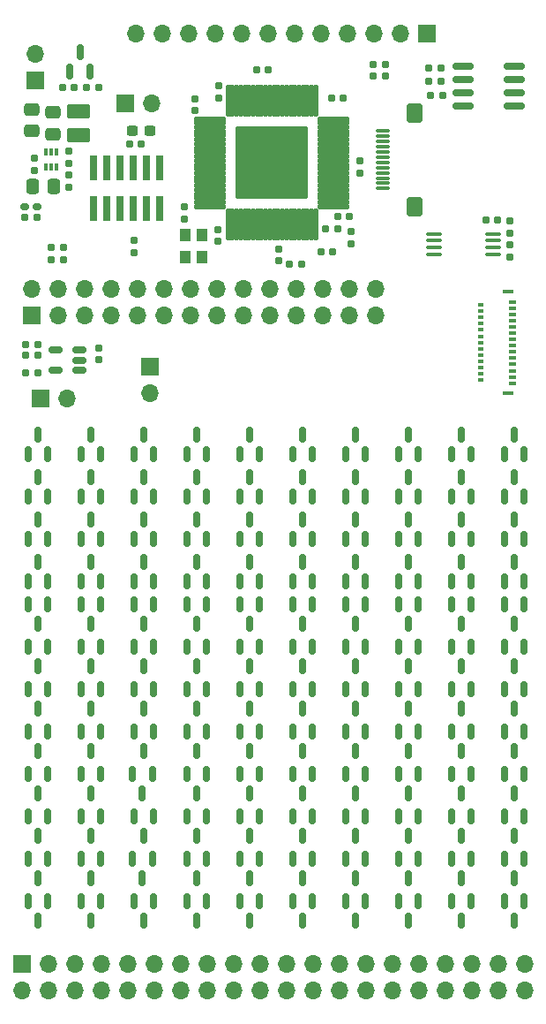
<source format=gbr>
%TF.GenerationSoftware,KiCad,Pcbnew,7.0.9-7.0.9~ubuntu22.04.1*%
%TF.CreationDate,2023-12-26T10:15:41-08:00*%
%TF.ProjectId,devel_gw1,64657665-6c5f-4677-9731-2e6b69636164,rev?*%
%TF.SameCoordinates,Original*%
%TF.FileFunction,Soldermask,Top*%
%TF.FilePolarity,Negative*%
%FSLAX46Y46*%
G04 Gerber Fmt 4.6, Leading zero omitted, Abs format (unit mm)*
G04 Created by KiCad (PCBNEW 7.0.9-7.0.9~ubuntu22.04.1) date 2023-12-26 10:15:41*
%MOMM*%
%LPD*%
G01*
G04 APERTURE LIST*
G04 Aperture macros list*
%AMRoundRect*
0 Rectangle with rounded corners*
0 $1 Rounding radius*
0 $2 $3 $4 $5 $6 $7 $8 $9 X,Y pos of 4 corners*
0 Add a 4 corners polygon primitive as box body*
4,1,4,$2,$3,$4,$5,$6,$7,$8,$9,$2,$3,0*
0 Add four circle primitives for the rounded corners*
1,1,$1+$1,$2,$3*
1,1,$1+$1,$4,$5*
1,1,$1+$1,$6,$7*
1,1,$1+$1,$8,$9*
0 Add four rect primitives between the rounded corners*
20,1,$1+$1,$2,$3,$4,$5,0*
20,1,$1+$1,$4,$5,$6,$7,0*
20,1,$1+$1,$6,$7,$8,$9,0*
20,1,$1+$1,$8,$9,$2,$3,0*%
G04 Aperture macros list end*
%ADD10RoundRect,0.160000X-0.160000X0.197500X-0.160000X-0.197500X0.160000X-0.197500X0.160000X0.197500X0*%
%ADD11RoundRect,0.150000X-0.150000X0.587500X-0.150000X-0.587500X0.150000X-0.587500X0.150000X0.587500X0*%
%ADD12R,1.700000X1.700000*%
%ADD13O,1.700000X1.700000*%
%ADD14RoundRect,0.150000X0.150000X-0.587500X0.150000X0.587500X-0.150000X0.587500X-0.150000X-0.587500X0*%
%ADD15RoundRect,0.250000X0.337500X0.475000X-0.337500X0.475000X-0.337500X-0.475000X0.337500X-0.475000X0*%
%ADD16RoundRect,0.155000X0.212500X0.155000X-0.212500X0.155000X-0.212500X-0.155000X0.212500X-0.155000X0*%
%ADD17RoundRect,0.155000X0.155000X-0.212500X0.155000X0.212500X-0.155000X0.212500X-0.155000X-0.212500X0*%
%ADD18RoundRect,0.160000X0.222500X0.160000X-0.222500X0.160000X-0.222500X-0.160000X0.222500X-0.160000X0*%
%ADD19RoundRect,0.237500X0.300000X0.237500X-0.300000X0.237500X-0.300000X-0.237500X0.300000X-0.237500X0*%
%ADD20R,0.340000X0.700000*%
%ADD21RoundRect,0.160000X-0.197500X-0.160000X0.197500X-0.160000X0.197500X0.160000X-0.197500X0.160000X0*%
%ADD22R,0.740000X2.400000*%
%ADD23RoundRect,0.250000X-0.475000X0.337500X-0.475000X-0.337500X0.475000X-0.337500X0.475000X0.337500X0*%
%ADD24RoundRect,0.155000X-0.212500X-0.155000X0.212500X-0.155000X0.212500X0.155000X-0.212500X0.155000X0*%
%ADD25R,1.100000X1.300000*%
%ADD26RoundRect,0.150000X0.512500X0.150000X-0.512500X0.150000X-0.512500X-0.150000X0.512500X-0.150000X0*%
%ADD27RoundRect,0.250001X0.849999X-0.462499X0.849999X0.462499X-0.849999X0.462499X-0.849999X-0.462499X0*%
%ADD28RoundRect,0.155000X-0.155000X0.212500X-0.155000X-0.212500X0.155000X-0.212500X0.155000X0.212500X0*%
%ADD29RoundRect,0.150000X-0.825000X-0.150000X0.825000X-0.150000X0.825000X0.150000X-0.825000X0.150000X0*%
%ADD30RoundRect,0.108600X-0.103400X1.423400X-0.103400X-1.423400X0.103400X-1.423400X0.103400X1.423400X0*%
%ADD31RoundRect,0.108600X-1.423400X-0.103400X1.423400X-0.103400X1.423400X0.103400X-1.423400X0.103400X0*%
%ADD32RoundRect,0.102000X-3.370000X3.370000X-3.370000X-3.370000X3.370000X-3.370000X3.370000X3.370000X0*%
%ADD33RoundRect,0.160000X0.197500X0.160000X-0.197500X0.160000X-0.197500X-0.160000X0.197500X-0.160000X0*%
%ADD34R,0.711200X0.355600*%
%ADD35R,0.558800X0.355600*%
%ADD36R,1.092200X0.406400*%
%ADD37RoundRect,0.100000X-0.637500X-0.100000X0.637500X-0.100000X0.637500X0.100000X-0.637500X0.100000X0*%
%ADD38RoundRect,0.075000X0.575000X-0.075000X0.575000X0.075000X-0.575000X0.075000X-0.575000X-0.075000X0*%
%ADD39RoundRect,0.400000X0.400000X-0.550000X0.400000X0.550000X-0.400000X0.550000X-0.400000X-0.550000X0*%
G04 APERTURE END LIST*
D10*
%TO.C,R6*%
X136000000Y-95202500D03*
X136000000Y-96397500D03*
%TD*%
D11*
%TO.C,D14*%
X173416000Y-154510500D03*
X171516000Y-154510500D03*
X172466000Y-156385500D03*
%TD*%
D12*
%TO.C,JP1*%
X126500000Y-79900000D03*
D13*
X126500000Y-77360000D03*
%TD*%
D14*
%TO.C,D29*%
X151196000Y-115745500D03*
X153096000Y-115745500D03*
X152146000Y-113870500D03*
%TD*%
D11*
%TO.C,D74*%
X148016000Y-158574500D03*
X146116000Y-158574500D03*
X147066000Y-160449500D03*
%TD*%
D14*
%TO.C,D2*%
X161356000Y-119809500D03*
X163256000Y-119809500D03*
X162306000Y-117934500D03*
%TD*%
D15*
%TO.C,C5*%
X128317500Y-90050000D03*
X126242500Y-90050000D03*
%TD*%
D11*
%TO.C,Q16*%
X142936000Y-130126500D03*
X141036000Y-130126500D03*
X141986000Y-132001500D03*
%TD*%
D14*
%TO.C,D67*%
X171516000Y-127937500D03*
X173416000Y-127937500D03*
X172466000Y-126062500D03*
%TD*%
D16*
%TO.C,C1*%
X132567500Y-80600000D03*
X131432500Y-80600000D03*
%TD*%
D17*
%TO.C,C10*%
X132600000Y-106667500D03*
X132600000Y-105532500D03*
%TD*%
D14*
%TO.C,D4*%
X171516000Y-115745500D03*
X173416000Y-115745500D03*
X172466000Y-113870500D03*
%TD*%
D11*
%TO.C,D64*%
X132776000Y-146382500D03*
X130876000Y-146382500D03*
X131826000Y-148257500D03*
%TD*%
D18*
%TO.C,LED_DONE1*%
X126672500Y-91970000D03*
X125527500Y-91970000D03*
%TD*%
D11*
%TO.C,D76*%
X173416000Y-150446500D03*
X171516000Y-150446500D03*
X172466000Y-152321500D03*
%TD*%
D10*
%TO.C,R11*%
X172020000Y-95632500D03*
X172020000Y-96827500D03*
%TD*%
D11*
%TO.C,D20*%
X153096000Y-158574500D03*
X151196000Y-158574500D03*
X152146000Y-160449500D03*
%TD*%
D16*
%TO.C,C19*%
X148867500Y-78900000D03*
X147732500Y-78900000D03*
%TD*%
D11*
%TO.C,D28*%
X168336000Y-158574500D03*
X166436000Y-158574500D03*
X167386000Y-160449500D03*
%TD*%
D19*
%TO.C,C12*%
X137514500Y-84709000D03*
X135789500Y-84709000D03*
%TD*%
D14*
%TO.C,D79*%
X125796000Y-115745500D03*
X127696000Y-115745500D03*
X126746000Y-113870500D03*
%TD*%
D11*
%TO.C,D32*%
X137729000Y-154510500D03*
X135829000Y-154510500D03*
X136779000Y-156385500D03*
%TD*%
%TO.C,Q33*%
X173416000Y-130126500D03*
X171516000Y-130126500D03*
X172466000Y-132001500D03*
%TD*%
D20*
%TO.C,U6*%
X128551000Y-86733000D03*
X128051000Y-86733000D03*
X127551000Y-86733000D03*
X127551000Y-88233000D03*
X128051000Y-88233000D03*
X128551000Y-88233000D03*
%TD*%
D21*
%TO.C,R13*%
X164302500Y-78700000D03*
X165497500Y-78700000D03*
%TD*%
D22*
%TO.C,J_JTAG1*%
X138440000Y-88300000D03*
X138440000Y-92200000D03*
X137170000Y-88300000D03*
X137170000Y-92200000D03*
X135900000Y-88300000D03*
X135900000Y-92200000D03*
X134630000Y-88300000D03*
X134630000Y-92200000D03*
X133360000Y-88300000D03*
X133360000Y-92200000D03*
X132090000Y-88300000D03*
X132090000Y-92200000D03*
%TD*%
D21*
%TO.C,R16*%
X128002500Y-95900000D03*
X129197500Y-95900000D03*
%TD*%
D14*
%TO.C,D6*%
X161356000Y-115745500D03*
X163256000Y-115745500D03*
X162306000Y-113870500D03*
%TD*%
D11*
%TO.C,Q9*%
X153096000Y-130126500D03*
X151196000Y-130126500D03*
X152146000Y-132001500D03*
%TD*%
%TO.C,Q12*%
X127696000Y-130126500D03*
X125796000Y-130126500D03*
X126746000Y-132001500D03*
%TD*%
D23*
%TO.C,C7*%
X126210000Y-82662500D03*
X126210000Y-84737500D03*
%TD*%
D11*
%TO.C,D52*%
X153096000Y-150446500D03*
X151196000Y-150446500D03*
X152146000Y-152321500D03*
%TD*%
D14*
%TO.C,D49*%
X135956000Y-127937500D03*
X137856000Y-127937500D03*
X136906000Y-126062500D03*
%TD*%
D11*
%TO.C,Q30*%
X153096000Y-134190500D03*
X151196000Y-134190500D03*
X152146000Y-136065500D03*
%TD*%
D24*
%TO.C,C2*%
X129132500Y-80600000D03*
X130267500Y-80600000D03*
%TD*%
D11*
%TO.C,Q23*%
X142936000Y-134190500D03*
X141036000Y-134190500D03*
X141986000Y-136065500D03*
%TD*%
D21*
%TO.C,R15*%
X125602500Y-105200000D03*
X126797500Y-105200000D03*
%TD*%
D11*
%TO.C,D26*%
X127696000Y-158574500D03*
X125796000Y-158574500D03*
X126746000Y-160449500D03*
%TD*%
D21*
%TO.C,R2*%
X158902500Y-78400000D03*
X160097500Y-78400000D03*
%TD*%
D11*
%TO.C,Q29*%
X158176000Y-138254500D03*
X156276000Y-138254500D03*
X157226000Y-140129500D03*
%TD*%
%TO.C,Q37*%
X173416000Y-138254500D03*
X171516000Y-138254500D03*
X172466000Y-140129500D03*
%TD*%
D14*
%TO.C,D31*%
X135956000Y-123873500D03*
X137856000Y-123873500D03*
X136906000Y-121998500D03*
%TD*%
D11*
%TO.C,Q3*%
X163256000Y-142318500D03*
X161356000Y-142318500D03*
X162306000Y-144193500D03*
%TD*%
%TO.C,Q22*%
X168336000Y-142318500D03*
X166436000Y-142318500D03*
X167386000Y-144193500D03*
%TD*%
D24*
%TO.C,C9*%
X153932500Y-96300000D03*
X155067500Y-96300000D03*
%TD*%
D11*
%TO.C,Q8*%
X132776000Y-138254500D03*
X130876000Y-138254500D03*
X131826000Y-140129500D03*
%TD*%
D25*
%TO.C,X1*%
X140875000Y-94750000D03*
X140875000Y-96850000D03*
X142525000Y-96850000D03*
X142525000Y-94750000D03*
%TD*%
D14*
%TO.C,D59*%
X156276000Y-119809500D03*
X158176000Y-119809500D03*
X157226000Y-117934500D03*
%TD*%
D26*
%TO.C,U3*%
X130702500Y-107650000D03*
X130702500Y-106700000D03*
X130702500Y-105750000D03*
X128427500Y-105750000D03*
X128427500Y-107650000D03*
%TD*%
D11*
%TO.C,Q25*%
X153096000Y-138254500D03*
X151196000Y-138254500D03*
X152146000Y-140129500D03*
%TD*%
D14*
%TO.C,D65*%
X146116000Y-119809500D03*
X148016000Y-119809500D03*
X147066000Y-117934500D03*
%TD*%
D11*
%TO.C,Q14*%
X153096000Y-142318500D03*
X151196000Y-142318500D03*
X152146000Y-144193500D03*
%TD*%
D14*
%TO.C,D73*%
X146116000Y-127937500D03*
X148016000Y-127937500D03*
X147066000Y-126062500D03*
%TD*%
D16*
%TO.C,C14*%
X170887500Y-93230000D03*
X169752500Y-93230000D03*
%TD*%
D11*
%TO.C,Q19*%
X142936000Y-142318500D03*
X141036000Y-142318500D03*
X141986000Y-144193500D03*
%TD*%
%TO.C,D68*%
X173416000Y-158574500D03*
X171516000Y-158574500D03*
X172466000Y-160449500D03*
%TD*%
D27*
%TO.C,L1*%
X130630000Y-85142500D03*
X130630000Y-82817500D03*
%TD*%
D28*
%TO.C,C21*%
X157700000Y-87632500D03*
X157700000Y-88767500D03*
%TD*%
D21*
%TO.C,R8*%
X164302500Y-80000000D03*
X165497500Y-80000000D03*
%TD*%
D11*
%TO.C,Q6*%
X173416000Y-134190500D03*
X171516000Y-134190500D03*
X172466000Y-136065500D03*
%TD*%
%TO.C,Q18*%
X163256000Y-134190500D03*
X161356000Y-134190500D03*
X162306000Y-136065500D03*
%TD*%
%TO.C,Q41*%
X127696000Y-138254500D03*
X125796000Y-138254500D03*
X126746000Y-140129500D03*
%TD*%
D28*
%TO.C,C11*%
X141800000Y-81632500D03*
X141800000Y-82767500D03*
%TD*%
D11*
%TO.C,Q1*%
X163256000Y-138254500D03*
X161356000Y-138254500D03*
X162306000Y-140129500D03*
%TD*%
%TO.C,Q21*%
X163256000Y-130126500D03*
X161356000Y-130126500D03*
X162306000Y-132001500D03*
%TD*%
%TO.C,D34*%
X142936000Y-158574500D03*
X141036000Y-158574500D03*
X141986000Y-160449500D03*
%TD*%
D17*
%TO.C,C20*%
X144100000Y-81567500D03*
X144100000Y-80432500D03*
%TD*%
D14*
%TO.C,D63*%
X130876000Y-115745500D03*
X132776000Y-115745500D03*
X131826000Y-113870500D03*
%TD*%
D11*
%TO.C,D42*%
X142936000Y-150446500D03*
X141036000Y-150446500D03*
X141986000Y-152321500D03*
%TD*%
%TO.C,Q7*%
X148016000Y-142318500D03*
X146116000Y-142318500D03*
X147066000Y-144193500D03*
%TD*%
%TO.C,Q20*%
X142936000Y-138254500D03*
X141036000Y-138254500D03*
X141986000Y-140129500D03*
%TD*%
D14*
%TO.C,D55*%
X125796000Y-123873500D03*
X127696000Y-123873500D03*
X126746000Y-121998500D03*
%TD*%
D11*
%TO.C,D70*%
X158176000Y-154510500D03*
X156276000Y-154510500D03*
X157226000Y-156385500D03*
%TD*%
%TO.C,Q11*%
X137856000Y-142318500D03*
X135956000Y-142318500D03*
X136906000Y-144193500D03*
%TD*%
%TO.C,Q38*%
X148016000Y-134190500D03*
X146116000Y-134190500D03*
X147066000Y-136065500D03*
%TD*%
D21*
%TO.C,R14*%
X125602500Y-106200000D03*
X126797500Y-106200000D03*
%TD*%
D14*
%TO.C,D69*%
X156276000Y-123873500D03*
X158176000Y-123873500D03*
X157226000Y-121998500D03*
%TD*%
D11*
%TO.C,D30*%
X153096000Y-146382500D03*
X151196000Y-146382500D03*
X152146000Y-148257500D03*
%TD*%
D24*
%TO.C,C3*%
X125617500Y-107900000D03*
X126752500Y-107900000D03*
%TD*%
D14*
%TO.C,D47*%
X141036000Y-123873500D03*
X142936000Y-123873500D03*
X141986000Y-121998500D03*
%TD*%
D24*
%TO.C,C15*%
X155532500Y-92900000D03*
X156667500Y-92900000D03*
%TD*%
D11*
%TO.C,Q39*%
X127696000Y-142318500D03*
X125796000Y-142318500D03*
X126746000Y-144193500D03*
%TD*%
D21*
%TO.C,R7*%
X128002500Y-97100000D03*
X129197500Y-97100000D03*
%TD*%
D14*
%TO.C,D15*%
X146116000Y-115745500D03*
X148016000Y-115745500D03*
X147066000Y-113870500D03*
%TD*%
%TO.C,D51*%
X151196000Y-119809500D03*
X153096000Y-119809500D03*
X152146000Y-117934500D03*
%TD*%
D24*
%TO.C,C23*%
X154932500Y-81600000D03*
X156067500Y-81600000D03*
%TD*%
D17*
%TO.C,C17*%
X140800000Y-93167500D03*
X140800000Y-92032500D03*
%TD*%
D14*
%TO.C,D37*%
X161356000Y-123873500D03*
X163256000Y-123873500D03*
X162306000Y-121998500D03*
%TD*%
D11*
%TO.C,Q32*%
X148016000Y-138254500D03*
X146116000Y-138254500D03*
X147066000Y-140129500D03*
%TD*%
%TO.C,Q28*%
X137856000Y-138254500D03*
X135956000Y-138254500D03*
X136906000Y-140129500D03*
%TD*%
%TO.C,D60*%
X158176000Y-150446500D03*
X156276000Y-150446500D03*
X157226000Y-152321500D03*
%TD*%
%TO.C,D44*%
X163256000Y-158574500D03*
X161356000Y-158574500D03*
X162306000Y-160449500D03*
%TD*%
%TO.C,D38*%
X163256000Y-154510500D03*
X161356000Y-154510500D03*
X162306000Y-156385500D03*
%TD*%
%TO.C,D46*%
X168336000Y-146382500D03*
X166436000Y-146382500D03*
X167386000Y-148257500D03*
%TD*%
%TO.C,D54*%
X168336000Y-154510500D03*
X166436000Y-154510500D03*
X167386000Y-156385500D03*
%TD*%
%TO.C,D9*%
X132776000Y-158574500D03*
X130876000Y-158574500D03*
X131826000Y-160449500D03*
%TD*%
%TO.C,Q26*%
X168336000Y-134190500D03*
X166436000Y-134190500D03*
X167386000Y-136065500D03*
%TD*%
%TO.C,Q35*%
X132776000Y-134190500D03*
X130876000Y-134190500D03*
X131826000Y-136065500D03*
%TD*%
%TO.C,D62*%
X153096000Y-154510500D03*
X151196000Y-154510500D03*
X152146000Y-156385500D03*
%TD*%
%TO.C,Q17*%
X168336000Y-138254500D03*
X166436000Y-138254500D03*
X167386000Y-140129500D03*
%TD*%
D14*
%TO.C,U2*%
X129850000Y-79037500D03*
X131750000Y-79037500D03*
X130800000Y-77162500D03*
%TD*%
D11*
%TO.C,Q34*%
X158176000Y-134190500D03*
X156276000Y-134190500D03*
X157226000Y-136065500D03*
%TD*%
D29*
%TO.C,U4*%
X167565000Y-78505000D03*
X167565000Y-79775000D03*
X167565000Y-81045000D03*
X167565000Y-82315000D03*
X172515000Y-82315000D03*
X172515000Y-81045000D03*
X172515000Y-79775000D03*
X172515000Y-78505000D03*
%TD*%
D30*
%TO.C,U1*%
X153425000Y-81845500D03*
X153025000Y-81845500D03*
X152625000Y-81845500D03*
X152225000Y-81845500D03*
X151825000Y-81845500D03*
X151425000Y-81845500D03*
X151025000Y-81845500D03*
X150625000Y-81845500D03*
X150225000Y-81845500D03*
X149825000Y-81845500D03*
X149425000Y-81845500D03*
X149025000Y-81845500D03*
X148625000Y-81845500D03*
X148225000Y-81845500D03*
X147825000Y-81845500D03*
X147425000Y-81845500D03*
X147025000Y-81845500D03*
X146625000Y-81845500D03*
X146225000Y-81845500D03*
X145825000Y-81845500D03*
X145425000Y-81845500D03*
X145025000Y-81845500D03*
D31*
X143290000Y-83580500D03*
X143290000Y-83980500D03*
X143290000Y-84380500D03*
X143290000Y-84780500D03*
X143290000Y-85180500D03*
X143290000Y-85580500D03*
X143290000Y-85980500D03*
X143290000Y-86380500D03*
X143290000Y-86780500D03*
X143290000Y-87180500D03*
X143290000Y-87580500D03*
X143290000Y-87980500D03*
X143290000Y-88380500D03*
X143290000Y-88780500D03*
X143290000Y-89180500D03*
X143290000Y-89580500D03*
X143290000Y-89980500D03*
X143290000Y-90380500D03*
X143290000Y-90780500D03*
X143290000Y-91180500D03*
X143290000Y-91580500D03*
X143290000Y-91980500D03*
D30*
X145025000Y-93715500D03*
X145425000Y-93715500D03*
X145825000Y-93715500D03*
X146225000Y-93715500D03*
X146625000Y-93715500D03*
X147025000Y-93715500D03*
X147425000Y-93715500D03*
X147825000Y-93715500D03*
X148225000Y-93715500D03*
X148625000Y-93715500D03*
X149025000Y-93715500D03*
X149425000Y-93715500D03*
X149825000Y-93715500D03*
X150225000Y-93715500D03*
X150625000Y-93715500D03*
X151025000Y-93715500D03*
X151425000Y-93715500D03*
X151825000Y-93715500D03*
X152225000Y-93715500D03*
X152625000Y-93715500D03*
X153025000Y-93715500D03*
X153425000Y-93715500D03*
D31*
X155160000Y-91980500D03*
X155160000Y-91580500D03*
X155160000Y-91180500D03*
X155160000Y-90780500D03*
X155160000Y-90380500D03*
X155160000Y-89980500D03*
X155160000Y-89580500D03*
X155160000Y-89180500D03*
X155160000Y-88780500D03*
X155160000Y-88380500D03*
X155160000Y-87980500D03*
X155160000Y-87580500D03*
X155160000Y-87180500D03*
X155160000Y-86780500D03*
X155160000Y-86380500D03*
X155160000Y-85980500D03*
X155160000Y-85580500D03*
X155160000Y-85180500D03*
X155160000Y-84780500D03*
X155160000Y-84380500D03*
X155160000Y-83980500D03*
X155160000Y-83580500D03*
D32*
X149225000Y-87780500D03*
%TD*%
D11*
%TO.C,D22*%
X158176000Y-146382500D03*
X156276000Y-146382500D03*
X157226000Y-148257500D03*
%TD*%
D14*
%TO.C,D13*%
X171516000Y-123873500D03*
X173416000Y-123873500D03*
X172466000Y-121998500D03*
%TD*%
%TO.C,D75*%
X171516000Y-119809500D03*
X173416000Y-119809500D03*
X172466000Y-117934500D03*
%TD*%
%TO.C,D33*%
X141036000Y-127937500D03*
X142936000Y-127937500D03*
X141986000Y-126062500D03*
%TD*%
D28*
%TO.C,C18*%
X144072500Y-94192500D03*
X144072500Y-95327500D03*
%TD*%
D11*
%TO.C,D5*%
X173416000Y-146382500D03*
X171516000Y-146382500D03*
X172466000Y-148257500D03*
%TD*%
%TO.C,D7*%
X163256000Y-146382500D03*
X161356000Y-146382500D03*
X162306000Y-148257500D03*
%TD*%
%TO.C,D12*%
X158176000Y-158574500D03*
X156276000Y-158574500D03*
X157226000Y-160449500D03*
%TD*%
D14*
%TO.C,D43*%
X161356000Y-127937500D03*
X163256000Y-127937500D03*
X162306000Y-126062500D03*
%TD*%
D11*
%TO.C,Q4*%
X132776000Y-130126500D03*
X130876000Y-130126500D03*
X131826000Y-132001500D03*
%TD*%
%TO.C,D18*%
X132776000Y-150446500D03*
X130876000Y-150446500D03*
X131826000Y-152321500D03*
%TD*%
D10*
%TO.C,R10*%
X172020000Y-93332500D03*
X172020000Y-94527500D03*
%TD*%
D33*
%TO.C,R3*%
X160097500Y-79500000D03*
X158902500Y-79500000D03*
%TD*%
D12*
%TO.C,JP4*%
X137500000Y-107325000D03*
D13*
X137500000Y-109865000D03*
%TD*%
D14*
%TO.C,D39*%
X141036000Y-115745500D03*
X142936000Y-115745500D03*
X141986000Y-113870500D03*
%TD*%
D11*
%TO.C,D80*%
X127696000Y-146382500D03*
X125796000Y-146382500D03*
X126746000Y-148257500D03*
%TD*%
D14*
%TO.C,D11*%
X156276000Y-127937500D03*
X158176000Y-127937500D03*
X157226000Y-126062500D03*
%TD*%
D11*
%TO.C,D48*%
X142936000Y-154510500D03*
X141036000Y-154510500D03*
X141986000Y-156385500D03*
%TD*%
%TO.C,Q24*%
X137856000Y-130126500D03*
X135956000Y-130126500D03*
X136906000Y-132001500D03*
%TD*%
%TO.C,Q15*%
X137856000Y-134190500D03*
X135956000Y-134190500D03*
X136906000Y-136065500D03*
%TD*%
D24*
%TO.C,C16*%
X164465000Y-81332500D03*
X165600000Y-81332500D03*
%TD*%
D28*
%TO.C,C13*%
X149900000Y-96032500D03*
X149900000Y-97167500D03*
%TD*%
D14*
%TO.C,D35*%
X166436000Y-119809500D03*
X168336000Y-119809500D03*
X167386000Y-117934500D03*
%TD*%
D12*
%TO.C,JP3*%
X135160000Y-82100000D03*
D13*
X137700000Y-82100000D03*
%TD*%
D14*
%TO.C,D77*%
X146116000Y-123873500D03*
X148016000Y-123873500D03*
X147066000Y-121998500D03*
%TD*%
D11*
%TO.C,Q2*%
X173416000Y-142318500D03*
X171516000Y-142318500D03*
X172466000Y-144193500D03*
%TD*%
%TO.C,D36*%
X168336000Y-150446500D03*
X166436000Y-150446500D03*
X167386000Y-152321500D03*
%TD*%
%TO.C,D50*%
X137856000Y-158574500D03*
X135956000Y-158574500D03*
X136906000Y-160449500D03*
%TD*%
%TO.C,D40*%
X142936000Y-146382500D03*
X141036000Y-146382500D03*
X141986000Y-148257500D03*
%TD*%
D14*
%TO.C,D21*%
X156276000Y-115745500D03*
X158176000Y-115745500D03*
X157226000Y-113870500D03*
%TD*%
D12*
%TO.C,JP2*%
X127025000Y-110400000D03*
D13*
X129565000Y-110400000D03*
%TD*%
D33*
%TO.C,R1*%
X126697500Y-93000000D03*
X125502500Y-93000000D03*
%TD*%
D11*
%TO.C,Q27*%
X127696000Y-134190500D03*
X125796000Y-134190500D03*
X126746000Y-136065500D03*
%TD*%
%TO.C,D56*%
X127696000Y-154510500D03*
X125796000Y-154510500D03*
X126746000Y-156385500D03*
%TD*%
D14*
%TO.C,D23*%
X135956000Y-115745500D03*
X137856000Y-115745500D03*
X136906000Y-113870500D03*
%TD*%
D23*
%TO.C,C8*%
X128197000Y-82962500D03*
X128197000Y-85037500D03*
%TD*%
D11*
%TO.C,D10*%
X127696000Y-150446500D03*
X125796000Y-150446500D03*
X126746000Y-152321500D03*
%TD*%
D12*
%TO.C,J_EXT2*%
X126190000Y-102430000D03*
D13*
X126190000Y-99890000D03*
X128730000Y-102430000D03*
X128730000Y-99890000D03*
X131270000Y-102430000D03*
X131270000Y-99890000D03*
X133810000Y-102430000D03*
X133810000Y-99890000D03*
X136350000Y-102430000D03*
X136350000Y-99890000D03*
X138890000Y-102430000D03*
X138890000Y-99890000D03*
X141430000Y-102430000D03*
X141430000Y-99890000D03*
X143970000Y-102430000D03*
X143970000Y-99890000D03*
X146510000Y-102430000D03*
X146510000Y-99890000D03*
X149050000Y-102430000D03*
X149050000Y-99890000D03*
X151590000Y-102430000D03*
X151590000Y-99890000D03*
X154130000Y-102430000D03*
X154130000Y-99890000D03*
X156670000Y-102430000D03*
X156670000Y-99890000D03*
X159210000Y-102430000D03*
X159210000Y-99890000D03*
%TD*%
D34*
%TO.C,J_EXT1*%
X172290889Y-108910000D03*
D35*
X169275879Y-108610000D03*
D34*
X172290889Y-108310001D03*
D35*
X169275879Y-108009999D03*
D34*
X172290889Y-107710000D03*
D35*
X169275879Y-107410000D03*
D34*
X172290889Y-107110001D03*
D35*
X169275879Y-106809999D03*
D34*
X172290889Y-106510000D03*
D35*
X169275879Y-106210000D03*
D34*
X172290889Y-105910001D03*
D35*
X169275879Y-105609999D03*
D34*
X172290889Y-105309999D03*
D35*
X169275879Y-105010000D03*
D34*
X172290889Y-104710001D03*
D35*
X169275879Y-104409999D03*
D34*
X172290889Y-104109999D03*
D35*
X169275879Y-103810000D03*
D34*
X172290889Y-103510000D03*
D35*
X169275879Y-103209999D03*
D34*
X172290889Y-102909999D03*
D35*
X169275879Y-102610000D03*
D34*
X172290889Y-102310000D03*
D35*
X169275879Y-102009998D03*
D34*
X172290889Y-101709999D03*
D35*
X169275879Y-101410000D03*
D34*
X172290889Y-101110000D03*
D36*
X171924200Y-109885002D03*
X171924200Y-100134998D03*
%TD*%
D24*
%TO.C,C22*%
X154400000Y-94100000D03*
X155535000Y-94100000D03*
%TD*%
D11*
%TO.C,D3*%
X163256000Y-150446500D03*
X161356000Y-150446500D03*
X162306000Y-152321500D03*
%TD*%
%TO.C,D72*%
X132776000Y-154510500D03*
X130876000Y-154510500D03*
X131826000Y-156385500D03*
%TD*%
%TO.C,Q5*%
X158176000Y-130126500D03*
X156276000Y-130126500D03*
X157226000Y-132001500D03*
%TD*%
%TO.C,D16*%
X148016000Y-146382500D03*
X146116000Y-146382500D03*
X147066000Y-148257500D03*
%TD*%
D10*
%TO.C,R4*%
X129702000Y-86631500D03*
X129702000Y-87826500D03*
%TD*%
%TO.C,R5*%
X129702000Y-88917500D03*
X129702000Y-90112500D03*
%TD*%
D14*
%TO.C,D53*%
X166436000Y-123873500D03*
X168336000Y-123873500D03*
X167386000Y-121998500D03*
%TD*%
D11*
%TO.C,D66*%
X148016000Y-150446500D03*
X146116000Y-150446500D03*
X147066000Y-152321500D03*
%TD*%
D14*
%TO.C,D41*%
X141036000Y-119809500D03*
X142936000Y-119809500D03*
X141986000Y-117934500D03*
%TD*%
D11*
%TO.C,Q36*%
X148016000Y-130126500D03*
X146116000Y-130126500D03*
X147066000Y-132001500D03*
%TD*%
D14*
%TO.C,D27*%
X166436000Y-127937500D03*
X168336000Y-127937500D03*
X167386000Y-126062500D03*
%TD*%
%TO.C,D17*%
X130876000Y-119809500D03*
X132776000Y-119809500D03*
X131826000Y-117934500D03*
%TD*%
D37*
%TO.C,U5*%
X164737500Y-94605000D03*
X164737500Y-95255000D03*
X164737500Y-95905000D03*
X164737500Y-96555000D03*
X170462500Y-96555000D03*
X170462500Y-95905000D03*
X170462500Y-95255000D03*
X170462500Y-94605000D03*
%TD*%
D33*
%TO.C,R12*%
X152097500Y-97500000D03*
X150902500Y-97500000D03*
%TD*%
D11*
%TO.C,Q31*%
X132776000Y-142318500D03*
X130876000Y-142318500D03*
X131826000Y-144193500D03*
%TD*%
D14*
%TO.C,D19*%
X151196000Y-127937500D03*
X153096000Y-127937500D03*
X152146000Y-126062500D03*
%TD*%
D11*
%TO.C,D24*%
X137729000Y-146382500D03*
X135829000Y-146382500D03*
X136779000Y-148257500D03*
%TD*%
D38*
%TO.C,J_DISPLAY1*%
X159861000Y-90253000D03*
X159861000Y-89753000D03*
X159861000Y-89253000D03*
X159861000Y-88753000D03*
X159861000Y-88253000D03*
X159861000Y-87753000D03*
X159861000Y-87253000D03*
X159861000Y-86753000D03*
X159861000Y-86253000D03*
X159861000Y-85753000D03*
X159854714Y-85257280D03*
X159861000Y-84753000D03*
D39*
X162911000Y-92003000D03*
X162911000Y-83003000D03*
%TD*%
D14*
%TO.C,D57*%
X135956000Y-119809500D03*
X137856000Y-119809500D03*
X136906000Y-117934500D03*
%TD*%
D16*
%TO.C,C4*%
X136667500Y-86000000D03*
X135532500Y-86000000D03*
%TD*%
D10*
%TO.C,R9*%
X156800000Y-94402500D03*
X156800000Y-95597500D03*
%TD*%
D11*
%TO.C,Q10*%
X158176000Y-142318500D03*
X156276000Y-142318500D03*
X157226000Y-144193500D03*
%TD*%
%TO.C,D78*%
X148016000Y-154510500D03*
X146116000Y-154510500D03*
X147066000Y-156385500D03*
%TD*%
D12*
%TO.C,SOCKET1*%
X125222000Y-164592000D03*
D13*
X125222000Y-167132000D03*
X127762000Y-164592000D03*
X127762000Y-167132000D03*
X130302000Y-164592000D03*
X130302000Y-167132000D03*
X132842000Y-164592000D03*
X132842000Y-167132000D03*
X135382000Y-164592000D03*
X135382000Y-167132000D03*
X137922000Y-164592000D03*
X137922000Y-167132000D03*
X140462000Y-164592000D03*
X140462000Y-167132000D03*
X143002000Y-164592000D03*
X143002000Y-167132000D03*
X145542000Y-164592000D03*
X145542000Y-167132000D03*
X148082000Y-164592000D03*
X148082000Y-167132000D03*
X150622000Y-164592000D03*
X150622000Y-167132000D03*
X153162000Y-164592000D03*
X153162000Y-167132000D03*
X155702000Y-164592000D03*
X155702000Y-167132000D03*
X158242000Y-164592000D03*
X158242000Y-167132000D03*
X160782000Y-164592000D03*
X160782000Y-167132000D03*
X163322000Y-164592000D03*
X163322000Y-167132000D03*
X165862000Y-164592000D03*
X165862000Y-167132000D03*
X168402000Y-164592000D03*
X168402000Y-167132000D03*
X170942000Y-164592000D03*
X170942000Y-167132000D03*
X173482000Y-164592000D03*
X173482000Y-167132000D03*
%TD*%
D11*
%TO.C,D58*%
X137856000Y-150446500D03*
X135956000Y-150446500D03*
X136906000Y-152321500D03*
%TD*%
D14*
%TO.C,D45*%
X166436000Y-115745500D03*
X168336000Y-115745500D03*
X167386000Y-113870500D03*
%TD*%
D17*
%TO.C,C6*%
X126420000Y-88507500D03*
X126420000Y-87372500D03*
%TD*%
D14*
%TO.C,D8*%
X130876000Y-127937500D03*
X132776000Y-127937500D03*
X131826000Y-126062500D03*
%TD*%
%TO.C,D25*%
X125796000Y-127937500D03*
X127696000Y-127937500D03*
X126746000Y-126062500D03*
%TD*%
%TO.C,D71*%
X130876000Y-123873500D03*
X132776000Y-123873500D03*
X131826000Y-121998500D03*
%TD*%
%TO.C,D1*%
X125796000Y-119809500D03*
X127696000Y-119809500D03*
X126746000Y-117934500D03*
%TD*%
D11*
%TO.C,Q13*%
X168336000Y-130126500D03*
X166436000Y-130126500D03*
X167386000Y-132001500D03*
%TD*%
D14*
%TO.C,D61*%
X151196000Y-123873500D03*
X153096000Y-123873500D03*
X152146000Y-121998500D03*
%TD*%
D12*
%TO.C,J_DISPLAY2*%
X164100000Y-75400000D03*
D13*
X161560000Y-75400000D03*
X159020000Y-75400000D03*
X156480000Y-75400000D03*
X153940000Y-75400000D03*
X151400000Y-75400000D03*
X148860000Y-75400000D03*
X146320000Y-75400000D03*
X143780000Y-75400000D03*
X141240000Y-75400000D03*
X138700000Y-75400000D03*
X136160000Y-75400000D03*
%TD*%
M02*

</source>
